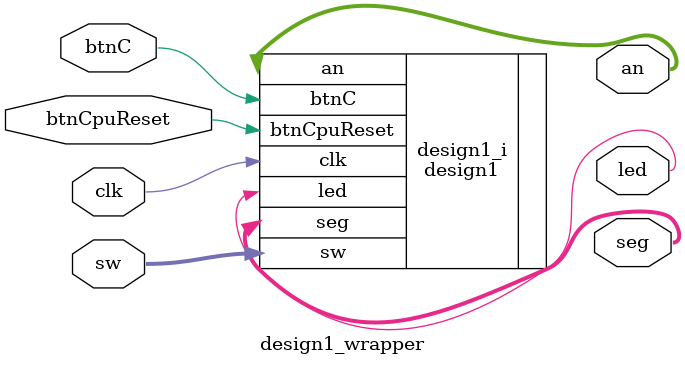
<source format=v>
`timescale 1 ps / 1 ps

module design1_wrapper
   (an,
    btnC,
    btnCpuReset,
    clk,
    led,
    seg,
    sw);
  output [7:0]an;
  input btnC;
  input btnCpuReset;
  input clk;
  output [0:0]led;
  output [6:0]seg;
  input [2:0]sw;

  wire [7:0]an;
  wire btnC;
  wire btnCpuReset;
  wire clk;
  wire [0:0]led;
  wire [6:0]seg;
  wire [2:0]sw;

  design1 design1_i
       (.an(an),
        .btnC(btnC),
        .btnCpuReset(btnCpuReset),
        .clk(clk),
        .led(led),
        .seg(seg),
        .sw(sw));
endmodule

</source>
